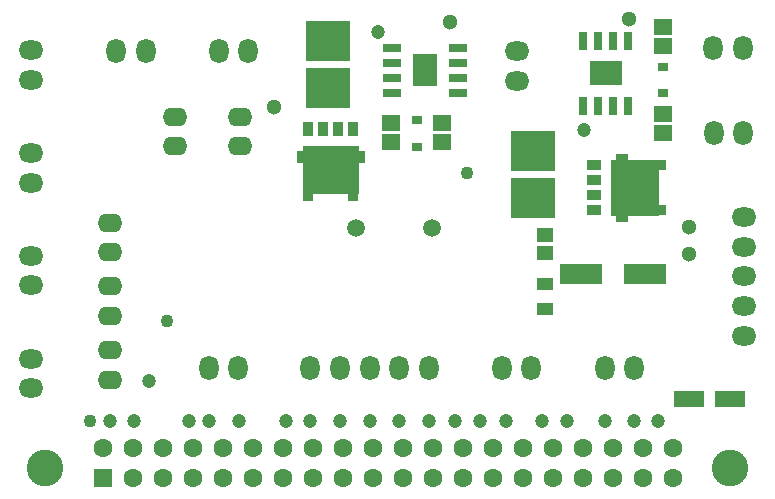
<source format=gts>
G04*
G04 #@! TF.GenerationSoftware,Altium Limited,Altium Designer,20.0.11 (256)*
G04*
G04 Layer_Color=8388736*
%FSLAX44Y44*%
%MOMM*%
G71*
G01*
G75*
%ADD34R,2.6000X1.4000*%
%ADD35R,3.6000X1.7000*%
%ADD36R,1.4532X1.1532*%
%ADD37R,1.3500X1.0500*%
%ADD38R,3.8032X3.4032*%
%ADD39R,0.9532X1.2032*%
%ADD40R,4.7632X4.1582*%
%ADD41R,0.9532X0.7782*%
%ADD42R,0.6982X1.1082*%
%ADD43R,1.6000X1.4000*%
%ADD44R,0.9300X0.7300*%
%ADD45R,2.1300X2.8200*%
%ADD46R,1.6200X0.7000*%
%ADD47R,2.8200X2.1300*%
%ADD48R,0.7000X1.6200*%
%ADD49R,1.1082X0.6982*%
%ADD50R,0.7782X0.9532*%
%ADD51R,4.1582X4.7632*%
%ADD52R,1.2032X0.9532*%
%ADD53O,1.6240X2.1000*%
%ADD54C,1.5112*%
%ADD55O,2.1000X1.6000*%
%ADD56C,1.6012*%
%ADD57R,1.6012X1.6012*%
%ADD58O,2.1000X1.6240*%
%ADD59C,1.2032*%
%ADD60C,1.1000*%
%ADD61C,1.3000*%
%ADD62C,3.1000*%
D34*
X622000Y102500D02*
D03*
X587000D02*
D03*
D35*
X496000Y208625D02*
D03*
X550000D02*
D03*
D36*
X465000Y226000D02*
D03*
Y241500D02*
D03*
D37*
Y179000D02*
D03*
Y200000D02*
D03*
D38*
X281248Y366000D02*
D03*
Y406000D02*
D03*
X454835Y312925D02*
D03*
Y272925D02*
D03*
D39*
X277650Y330917D02*
D03*
X290350D02*
D03*
X264950D02*
D03*
X303050D02*
D03*
D40*
X284000Y296492D02*
D03*
D41*
X303050Y273842D02*
D03*
X264950D02*
D03*
D42*
X309275Y307492D02*
D03*
X258725D02*
D03*
D43*
X335000Y336437D02*
D03*
Y320437D02*
D03*
X377793Y336437D02*
D03*
Y320437D02*
D03*
X565000Y401585D02*
D03*
Y417585D02*
D03*
Y328000D02*
D03*
Y344000D02*
D03*
D44*
X357000Y338437D02*
D03*
Y316137D02*
D03*
X565000Y383792D02*
D03*
Y361493D02*
D03*
D45*
X363723Y381050D02*
D03*
D46*
X336123Y400104D02*
D03*
Y387404D02*
D03*
Y374704D02*
D03*
Y362004D02*
D03*
X391323Y400104D02*
D03*
Y387404D02*
D03*
Y374704D02*
D03*
Y362004D02*
D03*
D47*
X516654Y378400D02*
D03*
D48*
X497600Y350800D02*
D03*
X510300D02*
D03*
X523000D02*
D03*
X535700D02*
D03*
X497600Y406000D02*
D03*
X510300D02*
D03*
X523000D02*
D03*
X535700D02*
D03*
D49*
X530342Y256112D02*
D03*
Y306663D02*
D03*
D50*
X563993Y262337D02*
D03*
Y300438D02*
D03*
D51*
X541343Y281388D02*
D03*
D52*
X506917Y300438D02*
D03*
Y262337D02*
D03*
Y287738D02*
D03*
Y275037D02*
D03*
D53*
X366753Y129000D02*
D03*
X341753D02*
D03*
X316752D02*
D03*
X291752D02*
D03*
X266752D02*
D03*
X608000Y327395D02*
D03*
X633000D02*
D03*
X607562Y400000D02*
D03*
X632562D02*
D03*
X180670Y129000D02*
D03*
X205670D02*
D03*
X214165Y397000D02*
D03*
X189165D02*
D03*
X127083D02*
D03*
X102083D02*
D03*
X541000Y129000D02*
D03*
X516000D02*
D03*
X453835D02*
D03*
X428835D02*
D03*
D54*
X305000Y247322D02*
D03*
X370000D02*
D03*
D55*
X206793Y316437D02*
D03*
Y341437D02*
D03*
X97313Y172957D02*
D03*
Y197957D02*
D03*
Y118915D02*
D03*
Y143915D02*
D03*
Y252000D02*
D03*
Y227000D02*
D03*
X152000Y341437D02*
D03*
Y316437D02*
D03*
D56*
X141563Y36000D02*
D03*
Y61400D02*
D03*
X547963Y36000D02*
D03*
X395563D02*
D03*
X547963Y61400D02*
D03*
X395563D02*
D03*
X116163Y36000D02*
D03*
Y61400D02*
D03*
X90763D02*
D03*
X217763Y36000D02*
D03*
X192363D02*
D03*
X217763Y61400D02*
D03*
X192363D02*
D03*
X293963Y36000D02*
D03*
X243163D02*
D03*
X293963Y61400D02*
D03*
X243163D02*
D03*
X344763Y36000D02*
D03*
X319363D02*
D03*
X344763Y61400D02*
D03*
X319363D02*
D03*
X446363Y36000D02*
D03*
X420963D02*
D03*
X446363Y61400D02*
D03*
X420963D02*
D03*
X522563Y36000D02*
D03*
X497163D02*
D03*
X522563Y61400D02*
D03*
X497163D02*
D03*
X166963Y36000D02*
D03*
Y61400D02*
D03*
X268563Y36000D02*
D03*
Y61400D02*
D03*
X370163Y36000D02*
D03*
Y61400D02*
D03*
X471763Y36000D02*
D03*
Y61400D02*
D03*
X573363Y36000D02*
D03*
Y61400D02*
D03*
D57*
X90763Y36000D02*
D03*
D58*
X30000Y198752D02*
D03*
Y223752D02*
D03*
Y111670D02*
D03*
Y136670D02*
D03*
Y285835D02*
D03*
Y310835D02*
D03*
Y372918D02*
D03*
Y397918D02*
D03*
X634000Y156313D02*
D03*
Y181313D02*
D03*
Y206313D02*
D03*
Y231313D02*
D03*
Y256313D02*
D03*
X441413Y397000D02*
D03*
Y372000D02*
D03*
D59*
X324000Y413552D02*
D03*
X389000Y84000D02*
D03*
X410000D02*
D03*
X432000D02*
D03*
X484000D02*
D03*
X462999D02*
D03*
X498000Y330000D02*
D03*
X246000Y84000D02*
D03*
X266752D02*
D03*
X129992Y117500D02*
D03*
X561000Y84000D02*
D03*
X97000D02*
D03*
X117000D02*
D03*
X541000D02*
D03*
X516000D02*
D03*
X366753D02*
D03*
X341753D02*
D03*
X291752D02*
D03*
X316752D02*
D03*
X164000D02*
D03*
X206000D02*
D03*
X181000D02*
D03*
D60*
X399365Y293730D02*
D03*
X145000Y169000D02*
D03*
X80000Y84000D02*
D03*
D61*
X587000Y248000D02*
D03*
Y225000D02*
D03*
X385000Y422000D02*
D03*
X536000Y424000D02*
D03*
X236000Y350000D02*
D03*
D62*
X622000Y44000D02*
D03*
X42000D02*
D03*
M02*

</source>
